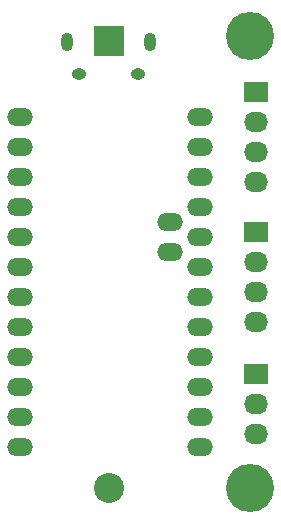
<source format=gbs>
G04 #@! TF.FileFunction,Soldermask,Bot*
%FSLAX46Y46*%
G04 Gerber Fmt 4.6, Leading zero omitted, Abs format (unit mm)*
G04 Created by KiCad (PCBNEW 4.0.2-stable) date Vendredi 08 juillet 2016 21:03:03*
%MOMM*%
G01*
G04 APERTURE LIST*
%ADD10C,0.100000*%
%ADD11R,2.540000X2.540000*%
%ADD12C,2.540000*%
%ADD13C,4.064000*%
%ADD14O,1.250000X0.950000*%
%ADD15O,1.000000X1.550000*%
%ADD16O,2.199640X1.501140*%
%ADD17R,2.032000X1.727200*%
%ADD18O,2.032000X1.727200*%
G04 APERTURE END LIST*
D10*
D11*
X58000000Y-36800000D03*
D12*
X58000000Y-74620000D03*
D13*
X70000000Y-74600000D03*
X70000000Y-36400000D03*
D14*
X60500900Y-39562540D03*
X55500900Y-39562540D03*
D15*
X61500900Y-36862540D03*
X54500900Y-36862540D03*
D16*
X50480000Y-43230000D03*
X50480000Y-45770000D03*
X50480000Y-48310000D03*
X50480000Y-50850000D03*
X50480000Y-53390000D03*
X50480000Y-55930000D03*
X50480000Y-58470000D03*
X50480000Y-61010000D03*
X50480000Y-63550000D03*
X50480000Y-66090000D03*
X50480000Y-68630000D03*
X50480000Y-71170000D03*
X65720000Y-71170000D03*
X65720000Y-68630000D03*
X65720000Y-66090000D03*
X65720000Y-63550000D03*
X65720000Y-61010000D03*
X65720000Y-58470000D03*
X65720000Y-55930000D03*
X65720000Y-53390000D03*
X65720000Y-50850000D03*
X65720000Y-48310000D03*
X65720000Y-45770000D03*
X65720000Y-43230000D03*
X63180000Y-54660000D03*
X63180000Y-52120000D03*
D17*
X70500000Y-53000000D03*
D18*
X70500000Y-55540000D03*
X70500000Y-58080000D03*
X70500000Y-60620000D03*
D17*
X70500000Y-41100000D03*
D18*
X70500000Y-43640000D03*
X70500000Y-46180000D03*
X70500000Y-48720000D03*
D17*
X70500000Y-65000000D03*
D18*
X70500000Y-67540000D03*
X70500000Y-70080000D03*
M02*

</source>
